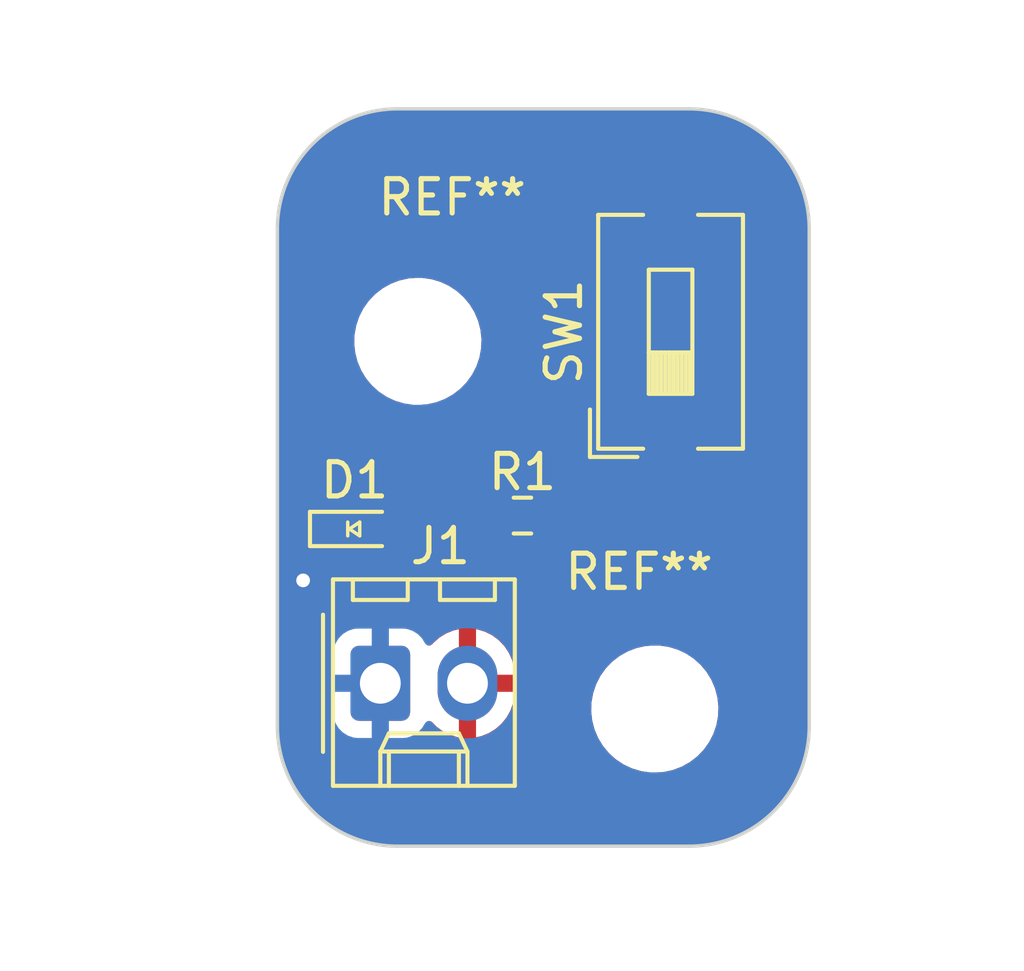
<source format=kicad_pcb>
(kicad_pcb (version 20221018) (generator pcbnew)
  (title_block (title "LED Project") (date "2022-08-16") (rev "0.0") (company "Illini Solar Car") (comment 1 "Designed By: Tim Hsueh"))
  (layers (0 "F.Cu" signal) (31 "B.Cu" signal) (34 "B.Paste" user) (35 "F.Paste" user) (36 "B.SilkS" user "B.Silkscreen") (37 "F.SilkS" user "F.Silkscreen") (38 "B.Mask" user) (39 "F.Mask" user) (44 "Edge.Cuts" user))
  (net 0 "")
  (net 1 "GND")
  (net 2 "Net-(D1-A)")
  (net 3 "+3V3")
  (net 4 "Net-(R1-Pad1)")
  (footprint "Button_Switch_SMD:SW_DIP_SPSTx01_Slide_6.7x4.1mm_W8.61mm_P2.54mm_LowProfile" (layer "F.Cu") (at 124.46 81 90)
    (fp_text reference "SW1" (at 0 -3.11 90) (layer "F.SilkS"))
    (fp_text value "SW_Push" hide)
    (fp_line (start -3.65 -2.35) (end -3.65 -0.967) (stroke (width 0.12)) (layer "F.SilkS"))
    (fp_line (start -3.65 -2.35) (end -2.267 -2.35) (stroke (width 0.12)) (layer "F.SilkS"))
    (fp_line (start -3.41 -2.11) (end -3.41 -0.8) (stroke (width 0.12)) (layer "F.SilkS"))
    (fp_line (start -3.41 -2.11) (end 3.41 -2.11) (stroke (width 0.12)) (layer "F.SilkS"))
    (fp_line (start -3.41 0.8) (end -3.41 2.11) (stroke (width 0.12)) (layer "F.SilkS"))
    (fp_line (start -3.41 2.11) (end 3.41 2.11) (stroke (width 0.12)) (layer "F.SilkS"))
    (fp_line (start -1.81 -0.635) (end -1.81 0.635) (stroke (width 0.12)) (layer "F.SilkS"))
    (fp_line (start -1.81 -0.515) (end -0.603333 -0.515) (stroke (width 0.12)) (layer "F.SilkS"))
    (fp_line (start -1.81 -0.395) (end -0.603333 -0.395) (stroke (width 0.12)) (layer "F.SilkS"))
    (fp_line (start -1.81 -0.275) (end -0.603333 -0.275) (stroke (width 0.12)) (layer "F.SilkS"))
    (fp_line (start -1.81 -0.155) (end -0.603333 -0.155) (stroke (width 0.12)) (layer "F.SilkS"))
    (fp_line (start -1.81 -0.035) (end -0.603333 -0.035) (stroke (width 0.12)) (layer "F.SilkS"))
    (fp_line (start -1.81 0.085) (end -0.603333 0.085) (stroke (width 0.12)) (layer "F.SilkS"))
    (fp_line (start -1.81 0.205) (end -0.603333 0.205) (stroke (width 0.12)) (layer "F.SilkS"))
    (fp_line (start -1.81 0.325) (end -0.603333 0.325) (stroke (width 0.12)) (layer "F.SilkS"))
    (fp_line (start -1.81 0.445) (end -0.603333 0.445) (stroke (width 0.12)) (layer "F.SilkS"))
    (fp_line (start -1.81 0.565) (end -0.603333 0.565) (stroke (width 0.12)) (layer "F.SilkS"))
    (fp_line (start -1.81 0.635) (end 1.81 0.635) (stroke (width 0.12)) (layer "F.SilkS"))
    (fp_line (start -0.603333 -0.635) (end -0.603333 0.635) (stroke (width 0.12)) (layer "F.SilkS"))
    (fp_line (start 1.81 -0.635) (end -1.81 -0.635) (stroke (width 0.12)) (layer "F.SilkS"))
    (fp_line (start 1.81 0.635) (end 1.81 -0.635) (stroke (width 0.12)) (layer "F.SilkS"))
    (fp_line (start 3.41 -2.11) (end 3.41 -0.8) (stroke (width 0.12)) (layer "F.SilkS"))
    (fp_line (start 3.41 0.8) (end 3.41 2.11) (stroke (width 0.12)) (layer "F.SilkS"))
    (pad "1" smd rect (at -4.305 0 90) (size 2.44 1.12) (layers "F.Cu" "F.Paste" "F.Mask") (net 3 "+3V3"))
    (pad "2" smd rect (at 4.305 0 90) (size 2.44 1.12) (layers "F.Cu" "F.Paste" "F.Mask") (net 4 "Net-(R1-Pad1)"))
  )
  (footprint "Resistor_SMD:R_0603_1608Metric_Pad0.98x0.95mm_HandSolder" (layer "F.Cu") (at 120.142 86.36 180)
    (fp_text reference "R1" (at 0 1.27) (layer "F.SilkS"))
    (fp_text value "105" hide)
    (fp_line (start -0.254724 -0.5225) (end 0.254724 -0.5225) (stroke (width 0.12)) (layer "F.SilkS"))
    (fp_line (start -0.254724 0.5225) (end 0.254724 0.5225) (stroke (width 0.12)) (layer "F.SilkS"))
    (pad "1" smd roundrect (at -0.9125 0 180) (size 0.975 0.95) (layers "F.Cu" "F.Paste" "F.Mask") (net 4 "Net-(R1-Pad1)"))
    (pad "2" smd roundrect (at 0.9125 0 180) (size 0.975 0.95) (layers "F.Cu" "F.Paste" "F.Mask") (net 2 "Net-(D1-A)"))
  )
  (footprint "layout:LED_0603_Symbol_on_F.SilkS" (layer "F.Cu") (at 115.25 86.75)
    (fp_text reference "D1" (at 0 -1.418) (layer "F.SilkS"))
    (fp_text value "LED_RED" hide)
    (fp_line (start -1.3 -0.5) (end -1.3 0.5) (stroke (width 0.12)) (layer "F.SilkS"))
    (fp_line (start -1.3 -0.5) (end 0.8 -0.5) (stroke (width 0.12)) (layer "F.SilkS"))
    (fp_line (start -1.3 0.5) (end 0.8 0.5) (stroke (width 0.12)) (layer "F.SilkS"))
    (fp_line (start -0.2 -0.2) (end -0.2 0.2) (stroke (width 0.1)) (layer "F.SilkS"))
    (fp_line (start -0.15 0) (end 0.15 -0.2) (stroke (width 0.1)) (layer "F.SilkS"))
    (fp_line (start 0.15 -0.2) (end 0.15 0.2) (stroke (width 0.1)) (layer "F.SilkS"))
    (fp_line (start 0.15 0.2) (end -0.15 0) (stroke (width 0.1)) (layer "F.SilkS"))
    (pad "1" smd rect (at -0.8 0 180) (size 0.8 0.8) (layers "F.Cu" "F.Paste" "F.Mask") (net 1 "GND"))
    (pad "2" smd rect (at 0.8 0 180) (size 0.8 0.8) (layers "F.Cu" "F.Paste" "F.Mask") (net 2 "Net-(D1-A)"))
  )
  (footprint "MountingHole:MountingHole_3.2mm_M3" (layer "F.Cu") (at 117.094 81.28)
    (fp_text reference "REF**" (at 1 -4.2) (layer "F.SilkS"))
    (fp_text value "MountingHole_3.2mm_M3" hide)
    (pad "" np_thru_hole circle (at 0 0) (size 3.2 3.2) (drill 3.2) (layers "*.Cu" "*.Mask"))
  )
  (footprint "MountingHole:MountingHole_3.2mm_M3" (layer "F.Cu") (at 124 92)
    (fp_text reference "REF**" (at -0.46 -4) (layer "F.SilkS"))
    (fp_text value "MountingHole_3.2mm_M3" hide)
    (pad "" np_thru_hole circle (at 0 0) (size 3.2 3.2) (drill 3.2) (layers "F&B.Cu" "*.Mask"))
  )
  (footprint "Connector_Molex:Molex_KK-254_AE-6410-02A_1x02_P2.54mm_Vertical" (layer "F.Cu") (at 116 91.25)
    (fp_text reference "J1" (at 1.75 -4) (layer "F.SilkS"))
    (fp_text value "Conn_01x02" hide)
    (fp_line (start -1.67 -2) (end -1.67 2) (stroke (width 0.12)) (layer "F.SilkS"))
    (fp_line (start -1.38 -3.03) (end -1.38 2.99) (stroke (width 0.12)) (layer "F.SilkS"))
    (fp_line (start -1.38 2.99) (end 3.92 2.99) (stroke (width 0.12)) (layer "F.SilkS"))
    (fp_line (start -0.8 -3.03) (end -0.8 -2.43) (stroke (width 0.12)) (layer "F.SilkS"))
    (fp_line (start -0.8 -2.43) (end 0.8 -2.43) (stroke (width 0.12)) (layer "F.SilkS"))
    (fp_line (start 0 1.99) (end 0.25 1.46) (stroke (width 0.12)) (layer "F.SilkS"))
    (fp_line (start 0 1.99) (end 2.54 1.99) (stroke (width 0.12)) (layer "F.SilkS"))
    (fp_line (start 0 2.99) (end 0 1.99) (stroke (width 0.12)) (layer "F.SilkS"))
    (fp_line (start 0.25 1.46) (end 2.29 1.46) (stroke (width 0.12)) (layer "F.SilkS"))
    (fp_line (start 0.25 2.99) (end 0.25 1.99) (stroke (width 0.12)) (layer "F.SilkS"))
    (fp_line (start 0.8 -2.43) (end 0.8 -3.03) (stroke (width 0.12)) (layer "F.SilkS"))
    (fp_line (start 1.74 -3.03) (end 1.74 -2.43) (stroke (width 0.12)) (layer "F.SilkS"))
    (fp_line (start 1.74 -2.43) (end 3.34 -2.43) (stroke (width 0.12)) (layer "F.SilkS"))
    (fp_line (start 2.29 1.46) (end 2.54 1.99) (stroke (width 0.12)) (layer "F.SilkS"))
    (fp_line (start 2.29 2.99) (end 2.29 1.99) (stroke (width 0.12)) (layer "F.SilkS"))
    (fp_line (start 2.54 1.99) (end 2.54 2.99) (stroke (width 0.12)) (layer "F.SilkS"))
    (fp_line (start 3.34 -2.43) (end 3.34 -3.03) (stroke (width 0.12)) (layer "F.SilkS"))
    (fp_line (start 3.92 -3.03) (end -1.38 -3.03) (stroke (width 0.12)) (layer "F.SilkS"))
    (fp_line (start 3.92 2.99) (end 3.92 -3.03) (stroke (width 0.12)) (layer "F.SilkS"))
    (pad "1" thru_hole roundrect (at 0 0) (size 1.74 2.19) (drill 1.19) (layers "*.Cu" "*.Mask") (roundrect_rratio 0.143678) (net 1 "GND"))
    (pad "2" thru_hole oval (at 2.54 0) (size 1.74 2.19) (drill 1.19) (layers "*.Cu" "*.Mask") (net 3 "+3V3"))
  )
  (gr_arc (start 128.5 92.5) (mid 127.474874 94.974874) (end 125 96) (stroke (width 0.1)) (layer "Edge.Cuts"))
  (gr_line (start 128.499999 78.000001) (end 128.5 92.5) (stroke (width 0.1)) (layer "Edge.Cuts"))
  (gr_arc (start 124.999999 74.500001) (mid 127.474873 75.525127) (end 128.499999 78.000001) (stroke (width 0.1)) (layer "Edge.Cuts"))
  (gr_arc (start 113.000001 78.000001) (mid 114.025127 75.525127) (end 116.500001 74.500001) (stroke (width 0.1)) (layer "Edge.Cuts"))
  (gr_line (start 124.999999 74.500001) (end 116.500001 74.500001) (stroke (width 0.1)) (layer "Edge.Cuts"))
  (gr_line (start 113.000001 78.000001) (end 113.000001 92.499999) (stroke (width 0.1)) (layer "Edge.Cuts"))
  (gr_line (start 116.500001 95.999999) (end 125 96) (stroke (width 0.1)) (layer "Edge.Cuts"))
  (gr_arc (start 116.500001 95.999999) (mid 114.025127 94.974873) (end 113.000001 92.499999) (stroke (width 0.1)) (layer "Edge.Cuts"))
  (segment (start 114.45 86.75) (end 114.45 87.55) (width 0.25) (layer "F.Cu") (net 1))
  (segment (start 114.45 87.55) (end 113.75 88.25) (width 0.25) (layer "F.Cu") (net 1))
  (via (at 113.75 88.25) (size 0.8) (drill 0.4) (layers "F.Cu" "B.Cu") (net 1))
  (segment (start 119.0895 86.5) (end 119.2295 86.36) (width 0.25) (layer "F.Cu") (net 2))
  (segment (start 116.05 86.75) (end 116.3 86.5) (width 0.25) (layer "F.Cu") (net 2))
  (segment (start 116.3 86.5) (end 119.0895 86.5) (width 0.25) (layer "F.Cu") (net 2))
  (segment (start 121.805 76.695) (end 124.46 76.695) (width 0.25) (layer "F.Cu") (net 4))
  (segment (start 121.0545 77.4455) (end 121.805 76.695) (width 0.25) (layer "F.Cu") (net 4))
  (segment (start 121.0545 86.36) (end 121.0545 77.4455) (width 0.25) (layer "F.Cu") (net 4))
  (zone (net 3) (net_name "+3V3") (layer "F.Cu") (connect_pads (clearance 0.508)) (min_thickness 0.25) (fill yes (thermal_gap 0.5) (thermal_bridge_width 0.5))
    (polygon (pts (xy 113 74.5) (xy 128.5 74.5) (xy 128.5 96) (xy 113 96)))
  )
  (zone (net 1) (net_name "GND") (layer "B.Cu") (priority 1) (connect_pads (clearance 0.508)) (min_thickness 0.25) (fill yes (thermal_gap 0.5) (thermal_bridge_width 0.5))
    (polygon (pts (xy 113 74.5) (xy 128.5 74.5) (xy 128.5 96) (xy 113 96)))
  )
)
</source>
